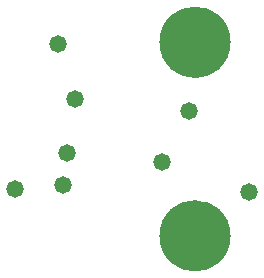
<source format=gbs>
%FSLAX23Y23*%
%MOIN*%
G70*
G01*
G75*
G04 Layer_Color=16711935*
%ADD10R,0.118X0.039*%
%ADD11R,0.118X0.059*%
%ADD12R,0.025X0.020*%
%ADD13R,0.079X0.079*%
%ADD14R,0.079X0.051*%
%ADD15O,0.055X0.024*%
%ADD16R,0.055X0.024*%
%ADD17R,0.031X0.035*%
%ADD18R,0.035X0.031*%
%ADD19R,0.043X0.102*%
%ADD20C,0.010*%
%ADD21R,0.105X0.150*%
%ADD22C,0.050*%
%ADD23C,0.039*%
%ADD24C,0.236*%
%ADD25R,0.105X0.155*%
%ADD26C,0.008*%
%ADD27C,0.000*%
%ADD28C,0.004*%
%ADD29C,0.020*%
%ADD30C,0.059*%
%ADD31R,0.126X0.047*%
%ADD32R,0.126X0.067*%
%ADD33R,0.033X0.028*%
%ADD34R,0.087X0.087*%
%ADD35R,0.087X0.059*%
%ADD36O,0.063X0.032*%
%ADD37R,0.063X0.032*%
%ADD38R,0.039X0.043*%
%ADD39R,0.043X0.039*%
%ADD40R,0.051X0.110*%
%ADD41C,0.058*%
D23*
X782Y218D02*
D03*
X908D02*
D03*
X845Y244D02*
D03*
X756Y155D02*
D03*
X782Y92D02*
D03*
X845Y66D02*
D03*
X908Y92D02*
D03*
X934Y155D02*
D03*
Y800D02*
D03*
X908Y737D02*
D03*
X845Y711D02*
D03*
X782Y737D02*
D03*
X756Y800D02*
D03*
X845Y889D02*
D03*
X908Y863D02*
D03*
X782D02*
D03*
D24*
X845Y155D02*
D03*
Y800D02*
D03*
D30*
X934Y155D02*
G03*
X934Y155I-89J0D01*
G01*
Y800D02*
G03*
X934Y800I-89J0D01*
G01*
D41*
X405Y325D02*
D03*
X1025Y300D02*
D03*
X245Y310D02*
D03*
X390Y795D02*
D03*
X445Y610D02*
D03*
X825Y570D02*
D03*
X735Y400D02*
D03*
X420Y430D02*
D03*
M02*

</source>
